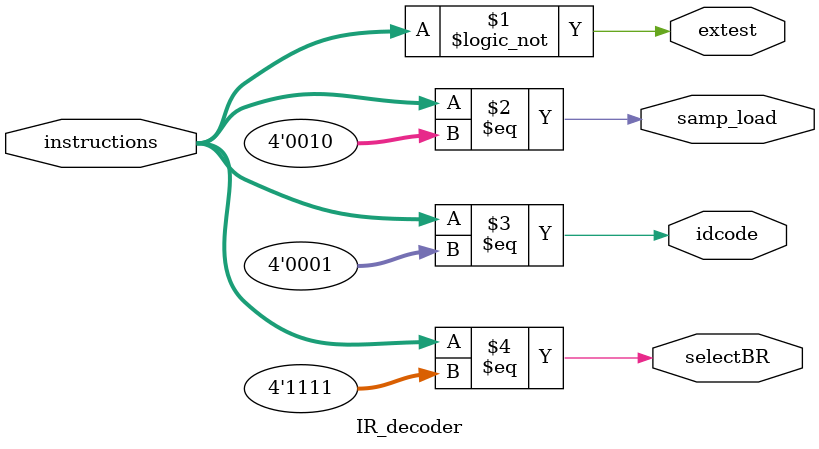
<source format=v>

module IR_decoder ( instructions, extest, idcode, samp_load, selectBR )/* synthesis syn_builtin_du = "weak" */;
	parameter width = 4;
	input [width -1 : 0]  instructions;
	output                extest;
	output                idcode;
	output                samp_load;
	output                selectBR;
	
	wire extest = (instructions == {width{1'b0}});
	wire samp_load = (instructions == {{width-2{1'b0}},2'b10});
	wire idcode = (instructions == {{width-2{1'b0}},2'b01});
	wire selectBR = (instructions == {width{1'b1}});

endmodule	

</source>
